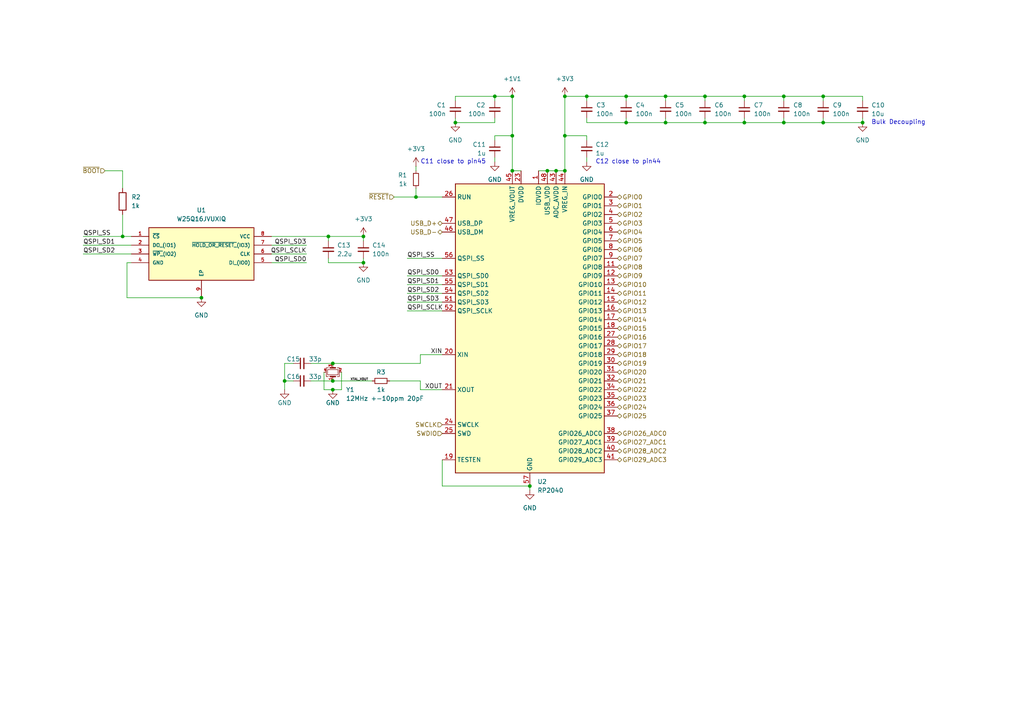
<source format=kicad_sch>
(kicad_sch (version 20231120) (generator "eeschema") (generator_version "8.0")
  (paper "A4")
  (lib_symbols
    (symbol "Device:C_Small" (pin_numbers hide) (pin_names (offset 0.254) hide)
      (property "Reference" "C" (at 0.254 1.778 0))
      (property "Value" "C_Small" (at 0.254 -2.032 0))
      (symbol "C_Small_0_1"
        (polyline (pts (xy -1.524 -0.508) (xy 1.524 -0.508)) (stroke (width 0.3302)))
        (polyline (pts (xy -1.524 0.508) (xy 1.524 0.508)) (stroke (width 0.3048)))
      )
      (symbol "C_Small_1_1"
        (pin passive line (at 0 2.54 270) (length 2.032) (name "~") (number "1"))
        (pin passive line (at 0 -2.54 90) (length 2.032) (name "~") (number "2"))
      )
    )
    (symbol "Device:Crystal_GND24_Small" (pin_names (offset 1.016) hide)
      (property "Reference" "Y" (at 1.27 4.445 0))
      (property "Value" "Crystal_GND24_Small" (at 1.27 2.54 0))
      (symbol "Crystal_GND24_Small_0_1"
        (rectangle (start -0.762 -1.524) (end 0.762 1.524))
        (polyline (pts (xy -1.27 -0.762) (xy -1.27 0.762)) (stroke (width 0.381)))
        (polyline (pts (xy 1.27 -0.762) (xy 1.27 0.762)) (stroke (width 0.381)))
        (polyline (pts (xy -1.27 -1.27) (xy -1.27 -1.905) (xy 1.27 -1.905) (xy 1.27 -1.27)))
        (polyline (pts (xy -1.27 1.27) (xy -1.27 1.905) (xy 1.27 1.905) (xy 1.27 1.27)))
      )
      (symbol "Crystal_GND24_Small_1_1"
        (pin passive line (at -2.54 0 0) (length 1.27) (name "1") (number "1"))
        (pin passive line (at 0 -2.54 90) (length 0.635) (name "2") (number "2"))
        (pin passive line (at 2.54 0 180) (length 1.27) (name "3") (number "3"))
        (pin passive line (at 0 2.54 270) (length 0.635) (name "4") (number "4"))
      )
    )
    (symbol "Device:R" (pin_numbers hide) (pin_names (offset 0))
      (property "Reference" "R" (at 2.032 0 90))
      (property "Value" "R" (at 0 0 90))
      (symbol "R_0_1"
        (rectangle (start -1.016 -2.54) (end 1.016 2.54) (stroke (width 0.254)))
      )
      (symbol "R_1_1"
        (pin passive line (at 0 3.81 270) (length 1.27) (name "~") (number "1"))
        (pin passive line (at 0 -3.81 90) (length 1.27) (name "~") (number "2"))
      )
    )
    (symbol "Device:R_Small" (pin_numbers hide) (pin_names (offset 0.254) hide)
      (property "Reference" "R" (at 0.762 0.508 0))
      (property "Value" "R_Small" (at 0.762 -1.016 0))
      (symbol "R_Small_0_1"
        (rectangle (start -0.762 1.778) (end 0.762 -1.778) (stroke (width 0.2032)))
      )
      (symbol "R_Small_1_1"
        (pin passive line (at 0 2.54 270) (length 0.762) (name "~") (number "1"))
        (pin passive line (at 0 -2.54 90) (length 0.762) (name "~") (number "2"))
      )
    )
    (symbol "MCU_RaspberryPi:RP2040"
      (property "Reference" "U" (at 17.78 45.72 0))
      (property "Value" "RP2040" (at 17.78 43.18 0))
      (symbol "RP2040_0_1"
        (rectangle (start -21.59 41.91) (end 21.59 -41.91) (stroke (width 0.254)) (fill (type background)))
      )
      (symbol "RP2040_1_1"
        (pin power_in line (at 2.54 45.72 270) (length 3.81) (name "IOVDD") (number "1"))
        (pin passive line (at 2.54 45.72 270) (length 3.81) hide (name "IOVDD") (number "10"))
        (pin bidirectional line (at 25.4 17.78 180) (length 3.81) (name "GPIO8") (number "11"))
        (pin bidirectional line (at 25.4 15.24 180) (length 3.81) (name "GPIO9") (number "12"))
        (pin bidirectional line (at 25.4 12.7 180) (length 3.81) (name "GPIO10") (number "13"))
        (pin bidirectional line (at 25.4 10.16 180) (length 3.81) (name "GPIO11") (number "14"))
        (pin bidirectional line (at 25.4 7.62 180) (length 3.81) (name "GPIO12") (number "15"))
        (pin bidirectional line (at 25.4 5.08 180) (length 3.81) (name "GPIO13") (number "16"))
        (pin bidirectional line (at 25.4 2.54 180) (length 3.81) (name "GPIO14") (number "17"))
        (pin bidirectional line (at 25.4 0 180) (length 3.81) (name "GPIO15") (number "18"))
        (pin input line (at -25.4 -38.1 0) (length 3.81) (name "TESTEN") (number "19"))
        (pin bidirectional line (at 25.4 38.1 180) (length 3.81) (name "GPIO0") (number "2"))
        (pin input line (at -25.4 -7.62 0) (length 3.81) (name "XIN") (number "20"))
        (pin passive line (at -25.4 -17.78 0) (length 3.81) (name "XOUT") (number "21"))
        (pin passive line (at 2.54 45.72 270) (length 3.81) hide (name "IOVDD") (number "22"))
        (pin power_in line (at -2.54 45.72 270) (length 3.81) (name "DVDD") (number "23"))
        (pin input line (at -25.4 -27.94 0) (length 3.81) (name "SWCLK") (number "24"))
        (pin bidirectional line (at -25.4 -30.48 0) (length 3.81) (name "SWD") (number "25"))
        (pin input line (at -25.4 38.1 0) (length 3.81) (name "RUN") (number "26"))
        (pin bidirectional line (at 25.4 -2.54 180) (length 3.81) (name "GPIO16") (number "27"))
        (pin bidirectional line (at 25.4 -5.08 180) (length 3.81) (name "GPIO17") (number "28"))
        (pin bidirectional line (at 25.4 -7.62 180) (length 3.81) (name "GPIO18") (number "29"))
        (pin bidirectional line (at 25.4 35.56 180) (length 3.81) (name "GPIO1") (number "3"))
        (pin bidirectional line (at 25.4 -10.16 180) (length 3.81) (name "GPIO19") (number "30"))
        (pin bidirectional line (at 25.4 -12.7 180) (length 3.81) (name "GPIO20") (number "31"))
        (pin bidirectional line (at 25.4 -15.24 180) (length 3.81) (name "GPIO21") (number "32"))
        (pin passive line (at 2.54 45.72 270) (length 3.81) hide (name "IOVDD") (number "33"))
        (pin bidirectional line (at 25.4 -17.78 180) (length 3.81) (name "GPIO22") (number "34"))
        (pin bidirectional line (at 25.4 -20.32 180) (length 3.81) (name "GPIO23") (number "35"))
        (pin bidirectional line (at 25.4 -22.86 180) (length 3.81) (name "GPIO24") (number "36"))
        (pin bidirectional line (at 25.4 -25.4 180) (length 3.81) (name "GPIO25") (number "37"))
        (pin bidirectional line (at 25.4 -30.48 180) (length 3.81) (name "GPIO26_ADC0") (number "38"))
        (pin bidirectional line (at 25.4 -33.02 180) (length 3.81) (name "GPIO27_ADC1") (number "39"))
        (pin bidirectional line (at 25.4 33.02 180) (length 3.81) (name "GPIO2") (number "4"))
        (pin bidirectional line (at 25.4 -35.56 180) (length 3.81) (name "GPIO28_ADC2") (number "40"))
        (pin bidirectional line (at 25.4 -38.1 180) (length 3.81) (name "GPIO29_ADC3") (number "41"))
        (pin passive line (at 2.54 45.72 270) (length 3.81) hide (name "IOVDD") (number "42"))
        (pin power_in line (at 7.62 45.72 270) (length 3.81) (name "ADC_AVDD") (number "43"))
        (pin power_in line (at 10.16 45.72 270) (length 3.81) (name "VREG_IN") (number "44"))
        (pin power_out line (at -5.08 45.72 270) (length 3.81) (name "VREG_VOUT") (number "45"))
        (pin bidirectional line (at -25.4 27.94 0) (length 3.81) (name "USB_DM") (number "46"))
        (pin bidirectional line (at -25.4 30.48 0) (length 3.81) (name "USB_DP") (number "47"))
        (pin power_in line (at 5.08 45.72 270) (length 3.81) (name "USB_VDD") (number "48"))
        (pin passive line (at 2.54 45.72 270) (length 3.81) hide (name "IOVDD") (number "49"))
        (pin bidirectional line (at 25.4 30.48 180) (length 3.81) (name "GPIO3") (number "5"))
        (pin passive line (at -2.54 45.72 270) (length 3.81) hide (name "DVDD") (number "50"))
        (pin bidirectional line (at -25.4 7.62 0) (length 3.81) (name "QSPI_SD3") (number "51"))
        (pin output line (at -25.4 5.08 0) (length 3.81) (name "QSPI_SCLK") (number "52"))
        (pin bidirectional line (at -25.4 15.24 0) (length 3.81) (name "QSPI_SD0") (number "53"))
        (pin bidirectional line (at -25.4 10.16 0) (length 3.81) (name "QSPI_SD2") (number "54"))
        (pin bidirectional line (at -25.4 12.7 0) (length 3.81) (name "QSPI_SD1") (number "55"))
        (pin bidirectional line (at -25.4 20.32 0) (length 3.81) (name "QSPI_SS") (number "56"))
        (pin power_in line (at 0 -45.72 90) (length 3.81) (name "GND") (number "57"))
        (pin bidirectional line (at 25.4 27.94 180) (length 3.81) (name "GPIO4") (number "6"))
        (pin bidirectional line (at 25.4 25.4 180) (length 3.81) (name "GPIO5") (number "7"))
        (pin bidirectional line (at 25.4 22.86 180) (length 3.81) (name "GPIO6") (number "8"))
        (pin bidirectional line (at 25.4 20.32 180) (length 3.81) (name "GPIO7") (number "9"))
      )
    )
    (symbol "W25Q16JVUXIQ:W25Q16JVUXIQ" (pin_names (offset 1.016))
      (property "Reference" "IC" (at 16.51 12.446 0))
      (property "Value" "W25Q16JVUXIQ" (at 16.51 10.16 0))
      (symbol "W25Q16JVUXIQ_0_0"
        (rectangle (start -15.24 7.62) (end 15.24 -7.62) (stroke (width 0.254)) (fill (type background)))
        (pin bidirectional line (at -20.32 5.08 0) (length 5.08) (name "~{CS}") (number "1"))
        (pin bidirectional line (at -20.32 2.54 0) (length 5.08) (name "DO_(IO1)") (number "2"))
        (pin bidirectional line (at -20.32 0 0) (length 5.08) (name "~{WP_}(IO2)") (number "3"))
        (pin bidirectional line (at -20.32 -2.54 0) (length 5.08) (name "GND") (number "4"))
        (pin bidirectional line (at 20.32 -2.54 180) (length 5.08) (name "DI_(IO0)") (number "5"))
        (pin bidirectional line (at 20.32 0 180) (length 5.08) (name "CLK") (number "6"))
        (pin bidirectional line (at 20.32 2.54 180) (length 5.08) (name "~{HOLD_OR_RESET_}(IO3)") (number "7"))
        (pin bidirectional line (at 20.32 5.08 180) (length 5.08) (name "VCC") (number "8"))
        (pin bidirectional line (at 0 -12.7 90) (length 5.08) (name "EP") (number "9"))
      )
    )
    (symbol "power:+1V1" (power) (pin_numbers hide) (pin_names (offset 0) hide)
      (property "Value" "+1V1" (at 0 3.556 0))
      (symbol "+1V1_0_1"
        (polyline (pts (xy -0.762 1.27) (xy 0 2.54)))
        (polyline (pts (xy 0 0) (xy 0 2.54)))
        (polyline (pts (xy 0 2.54) (xy 0.762 1.27)))
      )
      (symbol "+1V1_1_1"
        (pin power_in line (at 0 0 90) (length 0) (name "~") (number "1"))
      )
    )
    (symbol "power:+3V3" (power) (pin_numbers hide) (pin_names (offset 0) hide)
      (property "Value" "+3V3" (at 0 3.556 0))
      (symbol "+3V3_0_1"
        (polyline (pts (xy -0.762 1.27) (xy 0 2.54)))
        (polyline (pts (xy 0 0) (xy 0 2.54)))
        (polyline (pts (xy 0 2.54) (xy 0.762 1.27)))
      )
      (symbol "+3V3_1_1"
        (pin power_in line (at 0 0 90) (length 0) (name "~") (number "1"))
      )
    )
    (symbol "power:GND" (power) (pin_numbers hide) (pin_names (offset 0) hide)
      (property "Value" "GND" (at 0 -3.81 0))
      (symbol "GND_0_1"
        (polyline (pts (xy 0 0) (xy 0 -1.27) (xy 1.27 -1.27) (xy 0 -2.54) (xy -1.27 -1.27) (xy 0 -1.27)))
      )
      (symbol "GND_1_1"
        (pin power_in line (at 0 0 270) (length 0) (name "~") (number "1"))
      )
    )
  )
  (junction (at 158.75 49.53))
  (junction (at 163.83 39.37))
  (junction (at 193.04 27.94))
  (junction (at 120.65 57.15))
  (junction (at 163.83 49.53))
  (junction (at 181.61 35.56))
  (junction (at 227.33 35.56))
  (junction (at 96.52 105.41))
  (junction (at 148.59 27.94))
  (junction (at 58.42 86.36))
  (junction (at 170.18 27.94))
  (junction (at 163.83 27.94))
  (junction (at 215.9 27.94))
  (junction (at 193.04 35.56))
  (junction (at 35.56 68.58))
  (junction (at 105.41 68.58))
  (junction (at 215.9 35.56))
  (junction (at 105.41 76.2))
  (junction (at 227.33 27.94))
  (junction (at 238.76 27.94))
  (junction (at 161.29 49.53))
  (junction (at 238.76 35.56))
  (junction (at 250.19 35.56))
  (junction (at 96.52 110.49))
  (junction (at 96.52 113.03))
  (junction (at 132.08 35.56))
  (junction (at 148.59 49.53))
  (junction (at 143.51 27.94))
  (junction (at 204.47 35.56))
  (junction (at 153.67 140.97))
  (junction (at 82.55 110.49))
  (junction (at 181.61 27.94))
  (junction (at 204.47 27.94))
  (junction (at 148.59 39.37))
  (junction (at 95.25 68.58))
  (wire (pts (xy 204.47 29.21) (xy 204.47 27.94)))
  (wire (pts (xy 82.55 105.41) (xy 82.55 110.49)))
  (wire (pts (xy 85.09 105.41) (xy 82.55 105.41)))
  (wire (pts (xy 143.51 39.37) (xy 143.51 40.64)))
  (wire (pts (xy 170.18 27.94) (xy 181.61 27.94)))
  (wire (pts (xy 95.25 68.58) (xy 95.25 69.85)))
  (wire (pts (xy 118.11 90.17) (xy 128.27 90.17)))
  (wire (pts (xy 238.76 27.94) (xy 250.19 27.94)))
  (wire (pts (xy 36.83 76.2) (xy 38.1 76.2)))
  (wire (pts (xy 121.92 113.03) (xy 128.27 113.03)))
  (wire (pts (xy 120.65 54.61) (xy 120.65 57.15)))
  (wire (pts (xy 143.51 46.99) (xy 143.51 45.72)))
  (wire (pts (xy 121.92 102.87) (xy 121.92 105.41)))
  (wire (pts (xy 181.61 34.29) (xy 181.61 35.56)))
  (wire (pts (xy 193.04 34.29) (xy 193.04 35.56)))
  (wire (pts (xy 78.74 68.58) (xy 95.25 68.58)))
  (wire (pts (xy 170.18 39.37) (xy 170.18 40.64)))
  (wire (pts (xy 118.11 82.55) (xy 128.27 82.55)))
  (wire (pts (xy 193.04 27.94) (xy 204.47 27.94)))
  (wire (pts (xy 93.98 107.95) (xy 93.98 113.03)))
  (wire (pts (xy 118.11 87.63) (xy 128.27 87.63)))
  (wire (pts (xy 121.92 102.87) (xy 128.27 102.87)))
  (wire (pts (xy 35.56 49.53) (xy 30.48 49.53)))
  (wire (pts (xy 113.03 110.49) (xy 121.92 110.49)))
  (wire (pts (xy 156.21 49.53) (xy 158.75 49.53)))
  (wire (pts (xy 90.17 105.41) (xy 96.52 105.41)))
  (wire (pts (xy 96.52 110.49) (xy 107.95 110.49)))
  (wire (pts (xy 227.33 34.29) (xy 227.33 35.56)))
  (wire (pts (xy 114.3 57.15) (xy 120.65 57.15)))
  (wire (pts (xy 238.76 34.29) (xy 238.76 35.56)))
  (wire (pts (xy 250.19 27.94) (xy 250.19 29.21)))
  (wire (pts (xy 163.83 39.37) (xy 163.83 49.53)))
  (wire (pts (xy 163.83 27.94) (xy 170.18 27.94)))
  (wire (pts (xy 204.47 35.56) (xy 215.9 35.56)))
  (wire (pts (xy 161.29 49.53) (xy 163.83 49.53)))
  (wire (pts (xy 181.61 35.56) (xy 193.04 35.56)))
  (wire (pts (xy 99.06 107.95) (xy 99.06 113.03)))
  (wire (pts (xy 82.55 110.49) (xy 82.55 113.03)))
  (wire (pts (xy 215.9 29.21) (xy 215.9 27.94)))
  (wire (pts (xy 118.11 85.09) (xy 128.27 85.09)))
  (wire (pts (xy 238.76 35.56) (xy 250.19 35.56)))
  (wire (pts (xy 105.41 68.58) (xy 105.41 69.85)))
  (wire (pts (xy 143.51 39.37) (xy 148.59 39.37)))
  (wire (pts (xy 118.11 80.01) (xy 128.27 80.01)))
  (wire (pts (xy 153.67 142.24) (xy 153.67 140.97)))
  (wire (pts (xy 36.83 86.36) (xy 58.42 86.36)))
  (wire (pts (xy 143.51 34.29) (xy 143.51 35.56)))
  (wire (pts (xy 143.51 27.94) (xy 148.59 27.94)))
  (wire (pts (xy 96.52 105.41) (xy 121.92 105.41)))
  (wire (pts (xy 163.83 39.37) (xy 170.18 39.37)))
  (wire (pts (xy 35.56 62.23) (xy 35.56 68.58)))
  (wire (pts (xy 82.55 110.49) (xy 85.09 110.49)))
  (wire (pts (xy 118.11 74.93) (xy 128.27 74.93)))
  (wire (pts (xy 227.33 27.94) (xy 238.76 27.94)))
  (wire (pts (xy 121.92 110.49) (xy 121.92 113.03)))
  (wire (pts (xy 35.56 54.61) (xy 35.56 49.53)))
  (wire (pts (xy 193.04 29.21) (xy 193.04 27.94)))
  (wire (pts (xy 90.17 110.49) (xy 96.52 110.49)))
  (wire (pts (xy 148.59 39.37) (xy 148.59 49.53)))
  (wire (pts (xy 132.08 27.94) (xy 132.08 29.21)))
  (wire (pts (xy 93.98 113.03) (xy 96.52 113.03)))
  (wire (pts (xy 88.9 71.12) (xy 78.74 71.12)))
  (wire (pts (xy 227.33 35.56) (xy 238.76 35.56)))
  (wire (pts (xy 170.18 35.56) (xy 181.61 35.56)))
  (wire (pts (xy 132.08 35.56) (xy 143.51 35.56)))
  (wire (pts (xy 95.25 68.58) (xy 105.41 68.58)))
  (wire (pts (xy 204.47 27.94) (xy 215.9 27.94)))
  (wire (pts (xy 36.83 76.2) (xy 36.83 86.36)))
  (wire (pts (xy 181.61 29.21) (xy 181.61 27.94)))
  (wire (pts (xy 148.59 49.53) (xy 151.13 49.53)))
  (wire (pts (xy 132.08 27.94) (xy 143.51 27.94)))
  (wire (pts (xy 88.9 76.2) (xy 78.74 76.2)))
  (wire (pts (xy 170.18 34.29) (xy 170.18 35.56)))
  (wire (pts (xy 35.56 68.58) (xy 38.1 68.58)))
  (wire (pts (xy 24.13 71.12) (xy 38.1 71.12)))
  (wire (pts (xy 170.18 45.72) (xy 170.18 46.99)))
  (wire (pts (xy 170.18 27.94) (xy 170.18 29.21)))
  (wire (pts (xy 215.9 35.56) (xy 227.33 35.56)))
  (wire (pts (xy 250.19 34.29) (xy 250.19 35.56)))
  (wire (pts (xy 204.47 34.29) (xy 204.47 35.56)))
  (wire (pts (xy 95.25 76.2) (xy 95.25 74.93)))
  (wire (pts (xy 143.51 27.94) (xy 143.51 29.21)))
  (wire (pts (xy 193.04 35.56) (xy 204.47 35.56)))
  (wire (pts (xy 158.75 49.53) (xy 161.29 49.53)))
  (wire (pts (xy 227.33 27.94) (xy 227.33 29.21)))
  (wire (pts (xy 120.65 48.26) (xy 120.65 49.53)))
  (wire (pts (xy 181.61 27.94) (xy 193.04 27.94)))
  (wire (pts (xy 128.27 133.35) (xy 128.27 140.97)))
  (wire (pts (xy 163.83 27.94) (xy 163.83 39.37)))
  (wire (pts (xy 128.27 140.97) (xy 153.67 140.97)))
  (wire (pts (xy 238.76 27.94) (xy 238.76 29.21)))
  (wire (pts (xy 24.13 68.58) (xy 35.56 68.58)))
  (wire (pts (xy 95.25 76.2) (xy 105.41 76.2)))
  (wire (pts (xy 88.9 73.66) (xy 78.74 73.66)))
  (wire (pts (xy 105.41 76.2) (xy 105.41 74.93)))
  (wire (pts (xy 215.9 27.94) (xy 227.33 27.94)))
  (wire (pts (xy 99.06 113.03) (xy 96.52 113.03)))
  (wire (pts (xy 148.59 27.94) (xy 148.59 39.37)))
  (wire (pts (xy 215.9 34.29) (xy 215.9 35.56)))
  (wire (pts (xy 24.13 73.66) (xy 38.1 73.66)))
  (wire (pts (xy 120.65 57.15) (xy 128.27 57.15)))
  (wire (pts (xy 132.08 35.56) (xy 132.08 34.29)))
  (text "C12 close to pin44" (at 172.72 46.228 0) (effects (font (size 1.27 1.27)) (justify left top)))
  (text "Bulk Decoupling" (at 252.73 34.798 0) (effects (font (size 1.27 1.27)) (justify left top)))
  (text "C11 close to pin45" (at 140.97 46.228 0) (effects (font (size 1.27 1.27)) (justify right top)))
  (label "QSPI_SD3" (at 88.9 71.12 180))
  (label "QSPI_SS" (at 24.13 68.58 0))
  (label "QSPI_SD3" (at 118.11 87.63 0))
  (label "QSPI_SCLK" (at 118.11 90.17 0))
  (label "XOUT" (at 128.27 113.03 180))
  (label "QSPI_SCLK" (at 88.9 73.66 180))
  (label "QSPI_SD2" (at 24.13 73.66 0))
  (label "QSPI_SD0" (at 118.11 80.01 0))
  (label "XIN" (at 128.27 102.87 180))
  (label "XTAL_XOUT" (at 101.6 110.49 0) (effects (font (size 0.635 0.635))))
  (label "QSPI_SS" (at 118.11 74.93 0))
  (label "QSPI_SD2" (at 118.11 85.09 0))
  (label "QSPI_SD1" (at 24.13 71.12 0))
  (label "QSPI_SD0" (at 88.9 76.2 180))
  (label "QSPI_SD1" (at 118.11 82.55 0))
  (hierarchical_label "USB_D+" (shape bidirectional) (at 128.27 64.77 180))
  (hierarchical_label "GPIO2" (shape bidirectional) (at 179.07 62.23 0))
  (hierarchical_label "USB_D-" (shape bidirectional) (at 128.27 67.31 180))
  (hierarchical_label "GPIO8" (shape bidirectional) (at 179.07 77.47 0))
  (hierarchical_label "~{BOOT}" (shape input) (at 30.48 49.53 180))
  (hierarchical_label "GPIO27_ADC1" (shape bidirectional) (at 179.07 128.27 0))
  (hierarchical_label "GPIO14" (shape bidirectional) (at 179.07 92.71 0))
  (hierarchical_label "GPIO18" (shape bidirectional) (at 179.07 102.87 0))
  (hierarchical_label "GPIO16" (shape bidirectional) (at 179.07 97.79 0))
  (hierarchical_label "GPIO1" (shape bidirectional) (at 179.07 59.69 0))
  (hierarchical_label "GPIO0" (shape bidirectional) (at 179.07 57.15 0))
  (hierarchical_label "GPIO6" (shape bidirectional) (at 179.07 72.39 0))
  (hierarchical_label "GPIO21" (shape bidirectional) (at 179.07 110.49 0))
  (hierarchical_label "SWDIO" (shape input) (at 128.27 125.73 180))
  (hierarchical_label "SWCLK" (shape input) (at 128.27 123.19 180))
  (hierarchical_label "GPIO23" (shape bidirectional) (at 179.07 115.57 0))
  (hierarchical_label "GPIO29_ADC3" (shape bidirectional) (at 179.07 133.35 0))
  (hierarchical_label "GPIO4" (shape bidirectional) (at 179.07 67.31 0))
  (hierarchical_label "GPIO10" (shape bidirectional) (at 179.07 82.55 0))
  (hierarchical_label "GPIO25" (shape bidirectional) (at 179.07 120.65 0))
  (hierarchical_label "GPIO17" (shape bidirectional) (at 179.07 100.33 0))
  (hierarchical_label "GPIO22" (shape bidirectional) (at 179.07 113.03 0))
  (hierarchical_label "GPIO9" (shape bidirectional) (at 179.07 80.01 0))
  (hierarchical_label "GPIO20" (shape bidirectional) (at 179.07 107.95 0))
  (hierarchical_label "GPIO15" (shape bidirectional) (at 179.07 95.25 0))
  (hierarchical_label "GPIO3" (shape bidirectional) (at 179.07 64.77 0))
  (hierarchical_label "GPIO26_ADC0" (shape bidirectional) (at 179.07 125.73 0))
  (hierarchical_label "GPIO19" (shape bidirectional) (at 179.07 105.41 0))
  (hierarchical_label "~{RESET}" (shape input) (at 114.3 57.15 180))
  (hierarchical_label "GPIO5" (shape bidirectional) (at 179.07 69.85 0))
  (hierarchical_label "GPIO11" (shape bidirectional) (at 179.07 85.09 0))
  (hierarchical_label "GPIO7" (shape bidirectional) (at 179.07 74.93 0))
  (hierarchical_label "GPIO24" (shape bidirectional) (at 179.07 118.11 0))
  (hierarchical_label "GPIO28_ADC2" (shape bidirectional) (at 179.07 130.81 0))
  (hierarchical_label "GPIO13" (shape bidirectional) (at 179.07 90.17 0))
  (hierarchical_label "GPIO12" (shape bidirectional) (at 179.07 87.63 0))
  (symbol (lib_id "MCU_RaspberryPi:RP2040") (at 153.67 95.25 0) (unit 1)
    (property "Reference" "U2" (at 155.8641 139.7 0) (effects (justify left)))
    (property "Value" "RP2040" (at 155.8641 142.24 0) (effects (justify left)))
    (property "Footprint" "Package_DFN_QFN:QFN-56-1EP_7x7mm_P0.4mm_EP3.2x3.2mm" (effects (hide yes)))
    (property "Datasheet" "https://datasheets.raspberrypi.com/rp2040/rp2040-datasheet.pdf" (effects (hide yes)))
    (property "Description" "A microcontroller by Raspberry Pi" (effects (hide yes)))
    (property "LCSC" "C2040" (effects (hide yes)))
  )
  (symbol (lib_id "power:+3V3") (at 120.65 48.26 0) (unit 1)
    (property "Reference" "#PWR07" (effects (hide yes)))
    (property "Value" "+3V3" (at 120.65 43.18 0))
    (property "Description" "Power symbol creates a global label with name \"+3V3\"" (effects (hide yes)))
  )
  (symbol (lib_id "Device:C_Small") (at 204.47 31.75 0) (unit 1)
    (property "Reference" "C6" (at 207.1921 30.4862 0) (effects (justify left)))
    (property "Value" "100n" (at 207.1921 33.0262 0) (effects (justify left)))
    (property "Footprint" "Capacitor_SMD:C_0402_1005Metric" (effects (hide yes)))
    (property "Description" "Unpolarized capacitor, small symbol" (effects (hide yes)))
    (property "LCSC" "C1525" (effects (hide yes)))
  )
  (symbol (lib_id "Device:C_Small") (at 181.61 31.75 0) (unit 1)
    (property "Reference" "C4" (at 184.3321 30.4862 0) (effects (justify left)))
    (property "Value" "100n" (at 184.3321 33.0262 0) (effects (justify left)))
    (property "Footprint" "Capacitor_SMD:C_0402_1005Metric" (effects (hide yes)))
    (property "Description" "Unpolarized capacitor, small symbol" (effects (hide yes)))
    (property "LCSC" "C1525" (effects (hide yes)))
  )
  (symbol (lib_id "Device:R_Small") (at 110.49 110.49 90) (unit 1)
    (property "Reference" "R3" (at 110.49 107.95 90))
    (property "Value" "1k" (at 110.49 113.03 90))
    (property "Footprint" "Resistor_SMD:R_0402_1005Metric" (effects (hide yes)))
    (property "LCSC" "C11702" (effects (hide yes)))
  )
  (symbol (lib_id "Device:C_Small") (at 87.63 110.49 90) (unit 1)
    (property "Reference" "C16" (at 85.09 109.22 90))
    (property "Value" "33p" (at 91.44 109.22 90))
    (property "Footprint" "Capacitor_SMD:C_0402_1005Metric" (effects (hide yes)))
    (property "LCSC" "C1562" (effects (hide yes)))
  )
  (symbol (lib_id "Device:C_Small") (at 170.18 43.18 0) (unit 1)
    (property "Reference" "C12" (at 172.72 41.9162 0) (effects (justify left)))
    (property "Value" "1u" (at 172.72 44.4562 0) (effects (justify left)))
    (property "Footprint" "Capacitor_SMD:C_0402_1005Metric" (effects (hide yes)))
    (property "Description" "Unpolarized capacitor, small symbol" (effects (hide yes)))
    (property "LCSC" "C52923" (effects (hide yes)))
  )
  (symbol (lib_id "Device:C_Small") (at 95.25 72.39 0) (unit 1)
    (property "Reference" "C13" (at 97.79 71.1262 0) (effects (justify left)))
    (property "Value" "2.2u" (at 97.79 73.6662 0) (effects (justify left)))
    (property "Footprint" "Capacitor_SMD:C_0402_1005Metric" (effects (hide yes)))
    (property "Description" "Unpolarized capacitor, small symbol" (effects (hide yes)))
    (property "LCSC" "C12530" (effects (hide yes)))
  )
  (symbol (lib_id "Device:R_Small") (at 120.65 52.07 0) (unit 1)
    (property "Reference" "R1" (at 118.11 50.7999 0) (effects (justify right)))
    (property "Value" "1k" (at 118.11 53.3399 0) (effects (justify right)))
    (property "Footprint" "Resistor_SMD:R_0402_1005Metric" (effects (hide yes)))
    (property "Description" "Resistor, small symbol" (effects (hide yes)))
    (property "LCSC" "C11702" (effects (hide yes)))
  )
  (symbol (lib_id "power:GND") (at 170.18 46.99 0) (unit 1)
    (property "Reference" "#PWR06" (effects (hide yes)))
    (property "Value" "GND" (at 170.18 52.07 0))
    (property "Description" "Power symbol creates a global label with name \"GND\" , ground" (effects (hide yes)))
  )
  (symbol (lib_id "power:GND") (at 96.52 113.03 0) (unit 1)
    (property "Reference" "#PWR012" (effects (hide yes)))
    (property "Value" "GND" (at 96.52 116.84 0))
  )
  (symbol (lib_id "Device:Crystal_GND24_Small") (at 96.52 107.95 90) (unit 1)
    (property "Reference" "Y1" (at 100.33 113.03 90) (effects (justify right)))
    (property "Value" "12MHz +-10ppm 20pF" (at 100.33 115.57 90) (effects (justify right)))
    (property "Footprint" "Crystal:Crystal_SMD_3225-4Pin_3.2x2.5mm" (effects (hide yes)))
    (property "Description" "X322512MSB4SI" (effects (hide yes)))
    (property "LCSC" "C9002" (effects (hide yes)))
  )
  (symbol (lib_id "W25Q16JVUXIQ:W25Q16JVUXIQ") (at 58.42 73.66 0) (unit 1)
    (property "Reference" "U1" (at 58.42 60.96 0))
    (property "Value" "W25Q16JVUXIQ" (at 58.42 63.5 0))
    (property "Footprint" "footprints:SON50P300X200X60-9N" (effects (hide yes)))
    (property "Description" "SPIFLASH, 3V, 16M-BIT, 4KB UNIFO" (effects (hide yes)))
    (property "LCSC" "C2843335" (effects (hide yes)))
  )
  (symbol (lib_id "Device:C_Small") (at 215.9 31.75 0) (unit 1)
    (property "Reference" "C7" (at 218.6221 30.4862 0) (effects (justify left)))
    (property "Value" "100n" (at 218.6221 33.0262 0) (effects (justify left)))
    (property "Footprint" "Capacitor_SMD:C_0402_1005Metric" (effects (hide yes)))
    (property "Description" "Unpolarized capacitor, small symbol" (effects (hide yes)))
    (property "LCSC" "C1525" (effects (hide yes)))
  )
  (symbol (lib_id "power:+1V1") (at 148.59 27.94 0) (unit 1)
    (property "Reference" "#PWR01" (effects (hide yes)))
    (property "Value" "+1V1" (at 148.59 22.86 0))
    (property "Description" "Power symbol creates a global label with name \"+1V1\"" (effects (hide yes)))
  )
  (symbol (lib_id "power:GND") (at 153.67 142.24 0) (unit 1)
    (property "Reference" "#PWR013" (effects (hide yes)))
    (property "Value" "GND" (at 153.67 147.32 0))
    (property "Description" "Power symbol creates a global label with name \"GND\" , ground" (effects (hide yes)))
  )
  (symbol (lib_id "Device:C_Small") (at 143.51 31.75 0) (mirror y) (unit 1)
    (property "Reference" "C2" (at 140.7879 30.4862 0) (effects (justify left)))
    (property "Value" "100n" (at 140.7879 33.0262 0) (effects (justify left)))
    (property "Footprint" "Capacitor_SMD:C_0402_1005Metric" (effects (hide yes)))
    (property "Description" "Unpolarized capacitor, small symbol" (effects (hide yes)))
    (property "LCSC" "C1525" (effects (hide yes)))
  )
  (symbol (lib_id "Device:C_Small") (at 238.76 31.75 0) (unit 1)
    (property "Reference" "C9" (at 241.4821 30.4862 0) (effects (justify left)))
    (property "Value" "100n" (at 241.4821 33.0262 0) (effects (justify left)))
    (property "Footprint" "Capacitor_SMD:C_0402_1005Metric" (effects (hide yes)))
    (property "Description" "Unpolarized capacitor, small symbol" (effects (hide yes)))
    (property "LCSC" "C1525" (effects (hide yes)))
  )
  (symbol (lib_id "Device:C_Small") (at 87.63 105.41 90) (unit 1)
    (property "Reference" "C15" (at 85.09 104.14 90))
    (property "Value" "33p" (at 91.44 104.14 90))
    (property "Footprint" "Capacitor_SMD:C_0402_1005Metric" (effects (hide yes)))
    (property "LCSC" "C1562" (effects (hide yes)))
  )
  (symbol (lib_id "Device:C_Small") (at 250.19 31.75 0) (unit 1)
    (property "Reference" "C10" (at 252.73 30.4862 0) (effects (justify left)))
    (property "Value" "10u" (at 252.73 33.0262 0) (effects (justify left)))
    (property "Footprint" "Capacitor_SMD:C_0603_1608Metric" (effects (hide yes)))
    (property "Description" "Unpolarized capacitor, small symbol" (effects (hide yes)))
    (property "LCSC" "C19702" (effects (hide yes)))
  )
  (symbol (lib_id "Device:C_Small") (at 143.51 43.18 0) (mirror y) (unit 1)
    (property "Reference" "C11" (at 140.97 41.9162 0) (effects (justify left)))
    (property "Value" "1u" (at 140.97 44.4562 0) (effects (justify left)))
    (property "Footprint" "Capacitor_SMD:C_0402_1005Metric" (effects (hide yes)))
    (property "Description" "Unpolarized capacitor, small symbol" (effects (hide yes)))
    (property "LCSC" "C52923" (effects (hide yes)))
  )
  (symbol (lib_id "power:GND") (at 58.42 86.36 0) (unit 1)
    (property "Reference" "#PWR010" (effects (hide yes)))
    (property "Value" "GND" (at 58.42 91.44 0))
    (property "Description" "Power symbol creates a global label with name \"GND\" , ground" (effects (hide yes)))
  )
  (symbol (lib_id "Device:C_Small") (at 227.33 31.75 0) (unit 1)
    (property "Reference" "C8" (at 230.0521 30.4862 0) (effects (justify left)))
    (property "Value" "100n" (at 230.0521 33.0262 0) (effects (justify left)))
    (property "Footprint" "Capacitor_SMD:C_0402_1005Metric" (effects (hide yes)))
    (property "Description" "Unpolarized capacitor, small symbol" (effects (hide yes)))
    (property "LCSC" "C1525" (effects (hide yes)))
  )
  (symbol (lib_id "power:GND") (at 132.08 35.56 0) (unit 1)
    (property "Reference" "#PWR03" (effects (hide yes)))
    (property "Value" "GND" (at 132.08 40.64 0))
    (property "Description" "Power symbol creates a global label with name \"GND\" , ground" (effects (hide yes)))
  )
  (symbol (lib_id "power:+3V3") (at 163.83 27.94 0) (unit 1)
    (property "Reference" "#PWR02" (effects (hide yes)))
    (property "Value" "+3V3" (at 163.83 22.86 0))
    (property "Description" "Power symbol creates a global label with name \"+3V3\"" (effects (hide yes)))
  )
  (symbol (lib_id "Device:C_Small") (at 132.08 31.75 0) (mirror y) (unit 1)
    (property "Reference" "C1" (at 129.3579 30.4862 0) (effects (justify left)))
    (property "Value" "100n" (at 129.3579 33.0262 0) (effects (justify left)))
    (property "Footprint" "Capacitor_SMD:C_0402_1005Metric" (effects (hide yes)))
    (property "Description" "Unpolarized capacitor, small symbol" (effects (hide yes)))
    (property "LCSC" "C1525" (effects (hide yes)))
  )
  (symbol (lib_id "Device:C_Small") (at 105.41 72.39 0) (unit 1)
    (property "Reference" "C14" (at 107.95 71.1262 0) (effects (justify left)))
    (property "Value" "100n" (at 107.95 73.6662 0) (effects (justify left)))
    (property "Footprint" "Capacitor_SMD:C_0402_1005Metric" (effects (hide yes)))
    (property "Description" "Unpolarized capacitor, small symbol" (effects (hide yes)))
    (property "LCSC" "C1525" (effects (hide yes)))
  )
  (symbol (lib_id "Device:R") (at 35.56 58.42 0) (unit 1)
    (property "Reference" "R2" (at 38.1 57.1499 0) (effects (justify left)))
    (property "Value" "1k" (at 38.1 59.6899 0) (effects (justify left)))
    (property "Footprint" "Resistor_SMD:R_0402_1005Metric" (effects (hide yes)))
    (property "Description" "Resistor" (effects (hide yes)))
    (property "LCSC" "C11702" (effects (hide yes)))
  )
  (symbol (lib_id "power:GND") (at 250.19 35.56 0) (unit 1)
    (property "Reference" "#PWR04" (effects (hide yes)))
    (property "Value" "GND" (at 250.19 40.64 0))
    (property "Description" "Power symbol creates a global label with name \"GND\" , ground" (effects (hide yes)))
  )
  (symbol (lib_id "power:GND") (at 105.41 76.2 0) (unit 1)
    (property "Reference" "#PWR09" (effects (hide yes)))
    (property "Value" "GND" (at 105.41 81.28 0))
    (property "Description" "Power symbol creates a global label with name \"GND\" , ground" (effects (hide yes)))
  )
  (symbol (lib_id "Device:C_Small") (at 170.18 31.75 0) (unit 1)
    (property "Reference" "C3" (at 172.9021 30.4862 0) (effects (justify left)))
    (property "Value" "100n" (at 172.9021 33.0262 0) (effects (justify left)))
    (property "Footprint" "Capacitor_SMD:C_0402_1005Metric" (effects (hide yes)))
    (property "Description" "Unpolarized capacitor, small symbol" (effects (hide yes)))
    (property "LCSC" "C1525" (effects (hide yes)))
  )
  (symbol (lib_id "Device:C_Small") (at 193.04 31.75 0) (unit 1)
    (property "Reference" "C5" (at 195.7621 30.4862 0) (effects (justify left)))
    (property "Value" "100n" (at 195.7621 33.0262 0) (effects (justify left)))
    (property "Footprint" "Capacitor_SMD:C_0402_1005Metric" (effects (hide yes)))
    (property "Description" "Unpolarized capacitor, small symbol" (effects (hide yes)))
    (property "LCSC" "C1525" (effects (hide yes)))
  )
  (symbol (lib_id "power:GND") (at 82.55 113.03 0) (unit 1)
    (property "Reference" "#PWR011" (effects (hide yes)))
    (property "Value" "GND" (at 82.55 116.84 0))
  )
  (symbol (lib_id "power:GND") (at 143.51 46.99 0) (unit 1)
    (property "Reference" "#PWR05" (effects (hide yes)))
    (property "Value" "GND" (at 143.51 52.07 0))
    (property "Description" "Power symbol creates a global label with name \"GND\" , ground" (effects (hide yes)))
  )
  (symbol (lib_id "power:+3V3") (at 105.41 68.58 0) (unit 1)
    (property "Reference" "#PWR08" (effects (hide yes)))
    (property "Value" "+3V3" (at 105.41 63.5 0))
    (property "Description" "Power symbol creates a global label with name \"+3V3\"" (effects (hide yes)))
  )
)
</source>
